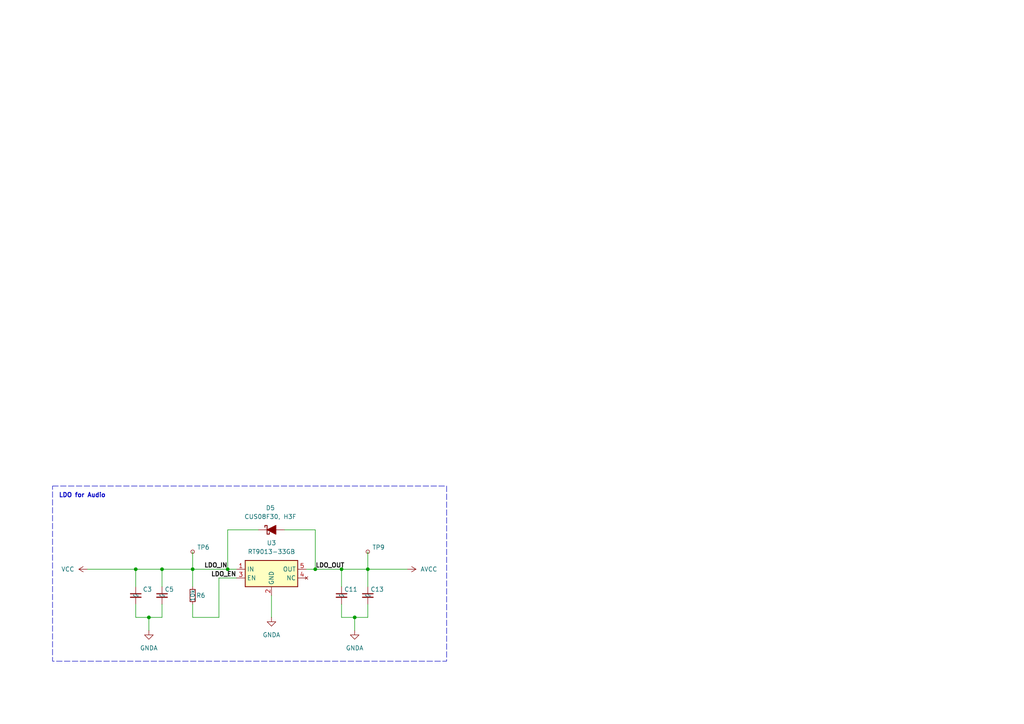
<source format=kicad_sch>
(kicad_sch (version 20241209) (generator "eeschema") (generator_version "9.0")
  (paper "A4")
  (lib_symbols
    (symbol "Connector:TestPoint_Small" (pin_numbers (hide yes)) (pin_names (offset 0.762) (hide yes))
      (property "Reference" "TP" (at 0 3.81 0))
      (property "Value" "TestPoint_Small" (at 0 2.032 0))
      (symbol "TestPoint_Small_0_1"
        (circle (center 0 0) (radius 0.508))
      )
      (symbol "TestPoint_Small_1_1"
        (pin passive line (at 0 0 90) (length 0) (name "1") (number "1"))
      )
    )
    (symbol "Device:C_Small" (pin_numbers (hide yes)) (pin_names (offset 0.254) (hide yes))
      (property "Reference" "C" (at 0.254 1.778 0))
      (property "Value" "C_Small" (at 0.254 -2.032 0))
      (symbol "C_Small_0_1"
        (polyline (pts (xy -1.524 0.508) (xy 1.524 0.508)) (stroke (width 0.3048)))
        (polyline (pts (xy -1.524 -0.508) (xy 1.524 -0.508)) (stroke (width 0.3302)))
      )
      (symbol "C_Small_1_1"
        (pin passive line (at 0 2.54 270) (length 2.032) (name "~") (number "1"))
        (pin passive line (at 0 -2.54 90) (length 2.032) (name "~") (number "2"))
      )
    )
    (symbol "Device:R_Small" (pin_numbers (hide yes)) (pin_names (offset 0.254) (hide yes))
      (property "Reference" "R" (at 0.762 0.508 0))
      (property "Value" "R_Small" (at 0.762 -1.016 0))
      (symbol "R_Small_0_1"
        (rectangle (start -0.762 1.778) (end 0.762 -1.778) (stroke (width 0.2032)))
      )
      (symbol "R_Small_1_1"
        (pin passive line (at 0 2.54 270) (length 0.762) (name "~") (number "1"))
        (pin passive line (at 0 -2.54 90) (length 0.762) (name "~") (number "2"))
      )
    )
    (symbol "PCM_Diode_Schottky_AKL:D_Schottky_Generic" (pin_numbers (hide yes)) (pin_names (offset 1.016) (hide yes))
      (property "Reference" "D" (at 0 7.62 0))
      (property "Value" "D_Schottky_Generic" (at 0 5.08 0))
      (symbol "D_Schottky_Generic_0_1"
        (polyline (pts (xy -1.27 0) (xy 1.27 0)))
        (polyline (pts (xy -1.27 -1.27) (xy -1.27 1.27) (xy 1.27 0) (xy -1.27 -1.27)) (stroke (width 0.254)) (fill (type outline)))
        (polyline (pts (xy 1.905 -0.762) (xy 1.905 -1.27) (xy 1.27 -1.27) (xy 1.27 1.27) (xy 0.635 1.27) (xy 0.635 0.762)) (stroke (width 0.254)))
      )
      (symbol "D_Schottky_Generic_0_2"
        (polyline (pts (xy -2.54 -2.54) (xy 2.54 2.54)))
        (polyline (pts (xy -0.889 -0.889) (xy -1.778 0) (xy 0.889 0.889) (xy 0 -1.778) (xy -0.889 -0.889)) (stroke (width 0.254)) (fill (type outline)))
        (polyline (pts (xy 0 1.778) (xy 1.778 0)) (stroke (width 0.254)))
        (polyline (pts (xy 0 1.778) (xy -0.381 1.397) (xy 0 1.016)) (stroke (width 0.254)))
        (polyline (pts (xy 1.778 0) (xy 2.159 0.381) (xy 1.778 0.762)) (stroke (width 0.254)))
      )
      (symbol "D_Schottky_Generic_1_1"
        (pin passive line (at -3.81 0 0) (length 2.54) (name "A") (number "2"))
        (pin passive line (at 3.81 0 180) (length 2.54) (name "K") (number "1"))
      )
      (symbol "D_Schottky_Generic_1_2"
        (pin passive line (at -2.54 -2.54 0) (length 0) (name "A") (number "2"))
        (pin passive line (at 2.54 2.54 180) (length 0) (name "K") (number "1"))
      )
    )
    (symbol "PCM_Voltage_Regulator_AKL:RT9013-xxxB"
      (property "Reference" "U" (at 0 8.89 0))
      (property "Value" "RT9013-xxxB" (at 0 6.35 0))
      (symbol "RT9013-xxxB_1_0"
        (rectangle (start -7.62 3.81) (end 7.62 -3.81) (stroke (width 0.254)) (fill (type background)))
      )
      (symbol "RT9013-xxxB_1_1"
        (pin power_in line (at -10.16 1.27 0) (length 2.54) (name "IN") (number "1"))
        (pin input line (at -10.16 -1.27 0) (length 2.54) (name "EN") (number "3"))
        (pin power_in line (at 0 -6.35 90) (length 2.54) (name "GND") (number "2"))
        (pin power_out line (at 10.16 1.27 180) (length 2.54) (name "OUT") (number "5"))
        (pin no_connect line (at 10.16 -1.27 180) (length 2.54) (name "NC") (number "4"))
      )
    )
    (symbol "power:GNDA" (power) (pin_numbers (hide yes)) (pin_names (offset 0) (hide yes))
      (property "Value" "GNDA" (at 0 -3.81 0))
      (symbol "GNDA_0_1"
        (polyline (pts (xy 0 0) (xy 0 -1.27) (xy 1.27 -1.27) (xy 0 -2.54) (xy -1.27 -1.27) (xy 0 -1.27)))
      )
      (symbol "GNDA_1_1"
        (pin power_in line (at 0 0 270) (length 0) (name "~") (number "1"))
      )
    )
    (symbol "power:VCC" (power) (pin_numbers (hide yes)) (pin_names (offset 0) (hide yes))
      (property "Value" "VCC" (at 0 3.556 0))
      (symbol "VCC_0_1"
        (polyline (pts (xy -0.762 1.27) (xy 0 2.54)))
        (polyline (pts (xy 0 2.54) (xy 0.762 1.27)))
        (polyline (pts (xy 0 0) (xy 0 2.54)))
      )
      (symbol "VCC_1_1"
        (pin power_in line (at 0 0 90) (length 0) (name "~") (number "1"))
      )
    )
  )
  (rectangle (start 15.24 140.97) (end 129.54 191.77) (stroke (width 0) (type dash)))
  (text "LDO for Audio" (at 17.018 143.764 0) (effects (font (size 1.27 1.27) (thickness 0.254) (bold yes)) (justify left)))
  (junction (at 99.06 165.1))
  (junction (at 106.68 165.1))
  (junction (at 39.37 165.1))
  (junction (at 43.18 179.07))
  (junction (at 55.88 165.1))
  (junction (at 91.44 165.1))
  (junction (at 102.87 179.07))
  (junction (at 46.99 165.1))
  (junction (at 66.04 165.1))
  (wire (pts (xy 106.68 165.1) (xy 106.68 170.18)))
  (wire (pts (xy 66.04 153.67) (xy 74.93 153.67)))
  (wire (pts (xy 106.68 165.1) (xy 118.11 165.1)))
  (wire (pts (xy 63.5 167.64) (xy 63.5 179.07)))
  (wire (pts (xy 25.4 165.1) (xy 39.37 165.1)))
  (wire (pts (xy 99.06 175.26) (xy 99.06 179.07)))
  (wire (pts (xy 99.06 165.1) (xy 99.06 170.18)))
  (wire (pts (xy 106.68 175.26) (xy 106.68 179.07)))
  (wire (pts (xy 99.06 165.1) (xy 106.68 165.1)))
  (wire (pts (xy 63.5 167.64) (xy 68.58 167.64)))
  (wire (pts (xy 82.55 153.67) (xy 91.44 153.67)))
  (wire (pts (xy 55.88 165.1) (xy 55.88 170.18)))
  (wire (pts (xy 39.37 175.26) (xy 39.37 179.07)))
  (wire (pts (xy 55.88 160.02) (xy 55.88 165.1)))
  (wire (pts (xy 43.18 182.88) (xy 43.18 179.07)))
  (wire (pts (xy 39.37 179.07) (xy 43.18 179.07)))
  (wire (pts (xy 43.18 179.07) (xy 46.99 179.07)))
  (wire (pts (xy 78.74 172.72) (xy 78.74 179.07)))
  (wire (pts (xy 66.04 153.67) (xy 66.04 165.1)))
  (wire (pts (xy 55.88 175.26) (xy 55.88 179.07)))
  (wire (pts (xy 39.37 165.1) (xy 46.99 165.1)))
  (wire (pts (xy 55.88 179.07) (xy 63.5 179.07)))
  (wire (pts (xy 99.06 179.07) (xy 102.87 179.07)))
  (wire (pts (xy 102.87 182.88) (xy 102.87 179.07)))
  (wire (pts (xy 91.44 153.67) (xy 91.44 165.1)))
  (wire (pts (xy 88.9 165.1) (xy 91.44 165.1)))
  (wire (pts (xy 102.87 179.07) (xy 106.68 179.07)))
  (wire (pts (xy 46.99 175.26) (xy 46.99 179.07)))
  (wire (pts (xy 55.88 165.1) (xy 66.04 165.1)))
  (wire (pts (xy 106.68 160.02) (xy 106.68 165.1)))
  (wire (pts (xy 39.37 165.1) (xy 39.37 170.18)))
  (wire (pts (xy 91.44 165.1) (xy 99.06 165.1)))
  (wire (pts (xy 46.99 165.1) (xy 55.88 165.1)))
  (wire (pts (xy 46.99 165.1) (xy 46.99 170.18)))
  (wire (pts (xy 66.04 165.1) (xy 68.58 165.1)))
  (label "LDO_EN" (at 68.58 167.64 180) (effects (font (thickness 0.254) (bold yes))))
  (label "LDO_OUT" (at 91.44 165.1 0) (effects (font (thickness 0.254) (bold yes))))
  (label "LDO_IN" (at 66.04 165.1 180) (effects (font (thickness 0.254) (bold yes))))
  (symbol (lib_id "Device:C_Small") (at 46.99 172.72 0) (unit 1)
    (property "Reference" "C5" (at 47.752 170.942 0) (effects (justify left)))
    (property "Value" "4.7u" (at 46.99 172.72 0) (effects (font (size 0.5 0.5))))
    (property "Footprint" "Capacitor_SMD:C_0603_1608Metric_Pad1.08x0.95mm_HandSolder" (effects (hide yes)))
    (property "Description" "Ceramic capacitor, 4.7u±10%, 6.3V" (effects (hide yes)))
    (property "Manufactor" "VIIYONG" (effects (hide yes)))
  )
  (symbol (lib_id "power:VCC") (at 25.4 165.1 90) (unit 1)
    (property "Reference" "#PWR06" (effects (hide yes)))
    (property "Value" "VCC" (at 21.59 165.0999 90) (effects (justify left)))
    (property "Description" "Power symbol creates a global label with name \"VCC\"" (effects (hide yes)))
  )
  (symbol (lib_id "Device:C_Small") (at 39.37 172.72 0) (unit 1)
    (property "Reference" "C3" (at 41.402 170.942 0) (effects (justify left)))
    (property "Value" "4.7u" (at 39.37 172.72 0) (effects (font (size 0.5 0.5))))
    (property "Footprint" "Capacitor_SMD:C_0603_1608Metric_Pad1.08x0.95mm_HandSolder" (effects (hide yes)))
    (property "Description" "Ceramic capacitor, 4.7u±10%, 6.3V" (effects (hide yes)))
    (property "Manufactor" "VIIYONG" (effects (hide yes)))
  )
  (symbol (lib_id "Device:C_Small") (at 99.06 172.72 0) (unit 1)
    (property "Reference" "C11" (at 99.822 170.942 0) (effects (justify left)))
    (property "Value" "4.7u" (at 99.06 172.72 0) (effects (font (size 0.5 0.5))))
    (property "Footprint" "Capacitor_SMD:C_0603_1608Metric_Pad1.08x0.95mm_HandSolder" (effects (hide yes)))
    (property "Description" "Ceramic capacitor, 4.7u±10%, 6.3V" (effects (hide yes)))
    (property "Manufactor" "VIIYONG" (effects (hide yes)))
  )
  (symbol (lib_id "Connector:TestPoint_Small") (at 106.68 160.02 0) (unit 1)
    (property "Reference" "TP9" (at 107.95 158.7499 0) (effects (justify left)))
    (property "Value" "TestPoint_Small" (effects (hide yes)))
    (property "Description" "test point" (effects (hide yes)))
  )
  (symbol (lib_id "power:GNDA") (at 78.74 179.07 0) (unit 1)
    (property "Reference" "#PWR015" (effects (hide yes)))
    (property "Value" "GNDA" (at 78.74 184.15 0))
    (property "Description" "Power symbol creates a global label with name \"GNDA\" , analog ground" (effects (hide yes)))
  )
  (symbol (lib_id "power:GNDA") (at 102.87 182.88 0) (unit 1)
    (property "Reference" "#PWR018" (effects (hide yes)))
    (property "Value" "GNDA" (at 102.87 187.96 0))
    (property "Description" "Power symbol creates a global label with name \"GNDA\" , analog ground" (effects (hide yes)))
  )
  (symbol (lib_id "Connector:TestPoint_Small") (at 55.88 160.02 0) (unit 1)
    (property "Reference" "TP6" (at 57.15 158.7499 0) (effects (justify left)))
    (property "Value" "TestPoint_Small" (effects (hide yes)))
    (property "Description" "test point" (effects (hide yes)))
  )
  (symbol (lib_id "Device:R_Small") (at 55.88 172.72 0) (unit 1)
    (property "Reference" "R6" (at 56.896 172.72 0) (effects (justify left)))
    (property "Value" "10k" (at 55.88 172.72 90))
    (property "Description" "Resistor, small symbol" (effects (hide yes)))
  )
  (symbol (lib_id "Device:C_Small") (at 106.68 172.72 0) (unit 1)
    (property "Reference" "C13" (at 107.442 170.942 0) (effects (justify left)))
    (property "Value" "4.7u" (at 106.68 172.72 0) (effects (font (size 0.5 0.5))))
    (property "Footprint" "Capacitor_SMD:C_0603_1608Metric_Pad1.08x0.95mm_HandSolder" (effects (hide yes)))
    (property "Description" "Ceramic capacitor, 4.7u±10%, 6.3V" (effects (hide yes)))
    (property "Manufactor" "VIIYONG" (effects (hide yes)))
  )
  (symbol (lib_id "PCM_Voltage_Regulator_AKL:RT9013-xxxB") (at 78.74 166.37 0) (unit 1)
    (property "Reference" "U3" (at 78.74 157.48 0))
    (property "Value" "RT9013-33GB" (at 78.74 160.02 0))
    (property "Footprint" "PCM_Package_TO_SOT_SMD_AKL:TSOT-23-5" (effects (hide yes)))
    (property "Datasheet" "https://www.richtek.com/assets/product_file/RT9013/DS9013-10.pdf" (effects (hide yes)))
    (property "Description" "TSOT-23-5 500mA adjustable LDO" (effects (hide yes)))
  )
  (symbol (lib_id "power:GNDA") (at 43.18 182.88 0) (unit 1)
    (property "Reference" "#PWR08" (effects (hide yes)))
    (property "Value" "GNDA" (at 43.18 187.96 0))
    (property "Description" "Power symbol creates a global label with name \"GNDA\" , analog ground" (effects (hide yes)))
  )
  (symbol (lib_id "PCM_Diode_Schottky_AKL:D_Schottky_Generic") (at 78.74 153.67 180) (unit 1)
    (property "Reference" "D5" (at 78.4225 147.32 0))
    (property "Value" "CUS08F30, H3F" (at 78.4225 149.86 0))
    (property "Footprint" "Diode_SMD:D_SOD-323_HandSoldering" (effects (hide yes)))
    (property "Description" "Schottky diode, Vf=220mV, Vr=30V, Io=800mA" (effects (hide yes)))
  )
  (symbol (lib_id "power:VCC") (at 118.11 165.1 270) (unit 1)
    (property "Reference" "#PWR023" (effects (hide yes)))
    (property "Value" "AVCC" (at 121.92 165.0999 90) (effects (justify left)))
    (property "Description" "Power symbol creates a global label with name \"VCC\"" (effects (hide yes)))
  )
)
</source>
